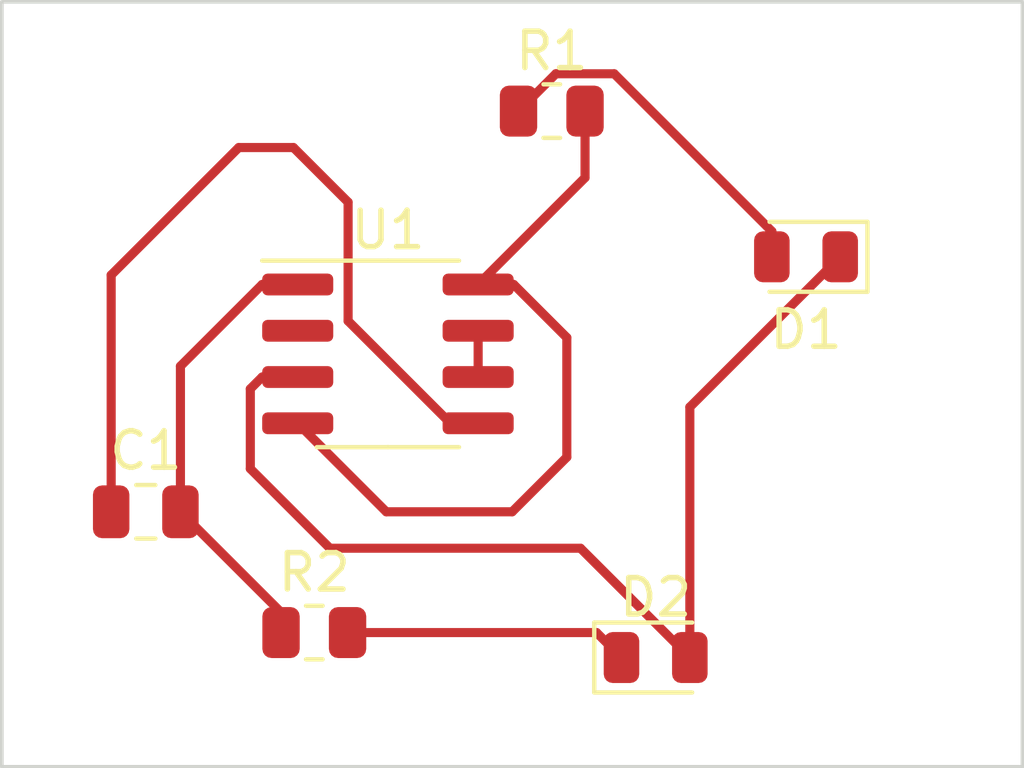
<source format=kicad_pcb>
(kicad_pcb (version 20240108) (generator "pcbnew") (generator_version "8.0")
  (layers (0 "F.Cu" signal) (31 "B.Cu" signal) (34 "B.Paste" user) (35 "F.Paste" user) (36 "B.SilkS" user "B.Silkscreen") (37 "F.SilkS" user "F.Silkscreen") (38 "B.Mask" user) (39 "F.Mask" user) (44 "Edge.Cuts" user))
  (net 0 "")
  (net 1 "Net-(U1-CV)")
  (net 2 "GND")
  (net 3 "Net-(D1-K)")
  (net 4 "Net-(D1-A)")
  (net 5 "Net-(D2-K)")
  (net 6 "VCC")
  (net 8 "Net-(U1-DIS)")
  (footprint "Capacitor_SMD:C_0805_2012Metric" (layer "F.Cu") (at 19.95 28)
    (property "Reference" "C1" (at 0 -1.68 0) (layer "F.SilkS"))
    (property "Value" "C")
    (fp_line (start -0.261252 -0.735) (end 0.261252 -0.735) (stroke (width 0.12)) (layer "F.SilkS"))
    (fp_line (start -0.261252 0.735) (end 0.261252 0.735) (stroke (width 0.12)) (layer "F.SilkS"))
    (pad "1" smd roundrect (at -0.95 0) (size 1 1.45) (layers "F.Cu" "F.Paste" "F.Mask") (net 1 "Net-(U1-CV)"))
    (pad "2" smd roundrect (at 0.95 0) (size 1 1.45) (layers "F.Cu" "F.Paste" "F.Mask") (net 2 "GND"))
  )
  (footprint "Resistor_SMD:R_0805_2012Metric" (layer "F.Cu") (at 31.0875 17)
    (property "Reference" "R1" (at 0 -1.65 0) (layer "F.SilkS"))
    (property "Value" "R")
    (fp_line (start -0.227064 -0.735) (end 0.227064 -0.735) (stroke (width 0.12)) (layer "F.SilkS"))
    (fp_line (start -0.227064 0.735) (end 0.227064 0.735) (stroke (width 0.12)) (layer "F.SilkS"))
    (pad "1" smd roundrect (at -0.9125 0) (size 1.025 1.4) (layers "F.Cu" "F.Paste" "F.Mask") (roundrect_rratio 0.243902) (net 4 "Net-(D1-A)"))
    (pad "2" smd roundrect (at 0.9125 0) (size 1.025 1.4) (layers "F.Cu" "F.Paste" "F.Mask") (roundrect_rratio 0.243902) (net 6 "VCC"))
  )
  (footprint "Package_SO:SOIC-8_3.9x4.9mm_P1.27mm" (layer "F.Cu") (at 26.5925 23.665)
    (property "Reference" "U1" (at 0 -3.4 0) (layer "F.SilkS"))
    (property "Value" "LM555xM")
    (fp_line (start 0 -2.56) (end -3.45 -2.56) (stroke (width 0.12)) (layer "F.SilkS"))
    (fp_line (start 0 -2.56) (end 1.95 -2.56) (stroke (width 0.12)) (layer "F.SilkS"))
    (fp_line (start 0 2.56) (end -1.95 2.56) (stroke (width 0.12)) (layer "F.SilkS"))
    (fp_line (start 0 2.56) (end 1.95 2.56) (stroke (width 0.12)) (layer "F.SilkS"))
    (pad "1" smd roundrect (at -2.475 -1.905) (size 1.95 0.6) (layers "F.Cu" "F.Paste" "F.Mask") (net 2 "GND"))
    (pad "2" smd roundrect (at -2.475 -0.635) (size 1.95 0.6) (layers "F.Cu" "F.Paste" "F.Mask"))
    (pad "3" smd roundrect (at -2.475 0.635) (size 1.95 0.6) (layers "F.Cu" "F.Paste" "F.Mask") (net 3 "Net-(D1-K)"))
    (pad "4" smd roundrect (at -2.475 1.905) (size 1.95 0.6) (layers "F.Cu" "F.Paste" "F.Mask") (net 6 "VCC"))
    (pad "5" smd roundrect (at 2.475 1.905) (size 1.95 0.6) (layers "F.Cu" "F.Paste" "F.Mask") (net 1 "Net-(U1-CV)"))
    (pad "6" smd roundrect (at 2.475 0.635) (size 1.95 0.6) (layers "F.Cu" "F.Paste" "F.Mask") (net 8 "Net-(U1-DIS)"))
    (pad "7" smd roundrect (at 2.475 -0.635) (size 1.95 0.6) (layers "F.Cu" "F.Paste" "F.Mask") (net 8 "Net-(U1-DIS)"))
    (pad "8" smd roundrect (at 2.475 -1.905) (size 1.95 0.6) (layers "F.Cu" "F.Paste" "F.Mask") (net 6 "VCC"))
  )
  (footprint "Resistor_SMD:R_0805_2012Metric" (layer "F.Cu") (at 24.5725 31.315)
    (property "Reference" "R2" (at 0 -1.65 0) (layer "F.SilkS"))
    (property "Value" "R")
    (fp_line (start -0.227064 -0.735) (end 0.227064 -0.735) (stroke (width 0.12)) (layer "F.SilkS"))
    (fp_line (start -0.227064 0.735) (end 0.227064 0.735) (stroke (width 0.12)) (layer "F.SilkS"))
    (pad "1" smd roundrect (at -0.9125 0) (size 1.025 1.4) (layers "F.Cu" "F.Paste" "F.Mask") (roundrect_rratio 0.243902) (net 2 "GND"))
    (pad "2" smd roundrect (at 0.9125 0) (size 1.025 1.4) (layers "F.Cu" "F.Paste" "F.Mask") (roundrect_rratio 0.243902) (net 5 "Net-(D2-K)"))
  )
  (footprint "LED_SMD:LED_0805_2012Metric" (layer "F.Cu") (at 33.9375 32)
    (property "Reference" "D2" (at 0 -1.65 0) (layer "F.SilkS"))
    (property "Value" "LED")
    (fp_line (start -1.685 -0.96) (end -1.685 0.96) (stroke (width 0.12)) (layer "F.SilkS"))
    (fp_line (start -1.685 0.96) (end 1 0.96) (stroke (width 0.12)) (layer "F.SilkS"))
    (fp_line (start 1 -0.96) (end -1.685 -0.96) (stroke (width 0.12)) (layer "F.SilkS"))
    (pad "1" smd roundrect (at -0.9375 0) (size 0.975 1.4) (layers "F.Cu" "F.Paste" "F.Mask") (net 5 "Net-(D2-K)"))
    (pad "2" smd roundrect (at 0.9375 0) (size 0.975 1.4) (layers "F.Cu" "F.Paste" "F.Mask") (net 3 "Net-(D1-K)"))
  )
  (footprint "LED_SMD:LED_0805_2012Metric" (layer "F.Cu") (at 38.0625 21 180)
    (property "Reference" "D1" (at 0 -2 0) (layer "F.SilkS"))
    (property "Value" "LED")
    (fp_line (start 1 -0.96) (end -1.685 -0.96) (stroke (width 0.12)) (layer "F.SilkS"))
    (fp_line (start -1.685 0.96) (end 1 0.96) (stroke (width 0.12)) (layer "F.SilkS"))
    (fp_line (start -1.685 -0.96) (end -1.685 0.96) (stroke (width 0.12)) (layer "F.SilkS"))
    (pad "1" smd roundrect (at -0.9375 0 180) (size 0.975 1.4) (layers "F.Cu" "F.Paste" "F.Mask") (net 3 "Net-(D1-K)"))
    (pad "2" smd roundrect (at 0.9375 0 180) (size 0.975 1.4) (layers "F.Cu" "F.Paste" "F.Mask") (net 4 "Net-(D1-A)"))
  )
  (gr_rect (start 16 14) (end 44 35) (stroke (width 0.1)) (fill none) (layer "Edge.Cuts"))
  (segment (start 29.0675 25.57) (end 28.308408 25.57) (width 0.25) (layer "F.Cu") (net 1))
  (segment (start 25.5 22.761592) (end 25.5 19.5) (width 0.25) (layer "F.Cu") (net 1))
  (segment (start 19 21.5) (end 19 28) (width 0.25) (layer "F.Cu") (net 1))
  (segment (start 28.308408 25.57) (end 25.5 22.761592) (width 0.25) (layer "F.Cu") (net 1))
  (segment (start 22.5 18) (end 19 21.5) (width 0.25) (layer "F.Cu") (net 1))
  (segment (start 24 18) (end 22.5 18) (width 0.25) (layer "F.Cu") (net 1))
  (segment (start 25.5 19.5) (end 24 18) (width 0.25) (layer "F.Cu") (net 1))
  (segment (start 20.9 28) (end 23.66 30.76) (width 0.25) (layer "F.Cu") (net 2))
  (segment (start 20.9 28) (end 20.9 24.002501) (width 0.25) (layer "F.Cu") (net 2))
  (segment (start 23.66 30.76) (end 23.66 31.315) (width 0.25) (layer "F.Cu") (net 2))
  (segment (start 23.142501 21.76) (end 24.1175 21.76) (width 0.25) (layer "F.Cu") (net 2))
  (segment (start 20.9 24.002501) (end 23.142501 21.76) (width 0.25) (layer "F.Cu") (net 2))
  (segment (start 25 29) (end 31.875 29) (width 0.25) (layer "F.Cu") (net 3))
  (segment (start 22.8175 26.8175) (end 25 29) (width 0.25) (layer "F.Cu") (net 3))
  (segment (start 34.875 32) (end 34.875 25.125) (width 0.25) (layer "F.Cu") (net 3))
  (segment (start 22.8175 24.625001) (end 22.8175 26.8175) (width 0.25) (layer "F.Cu") (net 3))
  (segment (start 23.142501 24.3) (end 22.8175 24.625001) (width 0.25) (layer "F.Cu") (net 3))
  (segment (start 31.875 29) (end 34.875 32) (width 0.25) (layer "F.Cu") (net 3))
  (segment (start 24.1175 24.3) (end 23.142501 24.3) (width 0.25) (layer "F.Cu") (net 3))
  (segment (start 34.875 25.125) (end 39 21) (width 0.25) (layer "F.Cu") (net 3))
  (segment (start 37.125 21) (end 37.125 20.300001) (width 0.25) (layer "F.Cu") (net 4))
  (segment (start 31.2 15.975) (end 30.175 17) (width 0.25) (layer "F.Cu") (net 4))
  (segment (start 37.125 20.300001) (end 32.799999 15.975) (width 0.25) (layer "F.Cu") (net 4))
  (segment (start 32.799999 15.975) (end 31.2 15.975) (width 0.25) (layer "F.Cu") (net 4))
  (segment (start 32.315 31.315) (end 33 32) (width 0.25) (layer "F.Cu") (net 5))
  (segment (start 25.485 31.315) (end 32.315 31.315) (width 0.25) (layer "F.Cu") (net 5))
  (segment (start 26.5475 28) (end 24.1175 25.57) (width 0.25) (layer "F.Cu") (net 6))
  (segment (start 31.5 23.217501) (end 31.5 26.5) (width 0.25) (layer "F.Cu") (net 6))
  (segment (start 30.042499 21.76) (end 31.5 23.217501) (width 0.25) (layer "F.Cu") (net 6))
  (segment (start 32 17) (end 32 18.8275) (width 0.25) (layer "F.Cu") (net 6))
  (segment (start 30 28) (end 26.5475 28) (width 0.25) (layer "F.Cu") (net 6))
  (segment (start 31.5 26.5) (end 30 28) (width 0.25) (layer "F.Cu") (net 6))
  (segment (start 29.0675 21.76) (end 30.042499 21.76) (width 0.25) (layer "F.Cu") (net 6))
  (segment (start 32 18.8275) (end 29.0675 21.76) (width 0.25) (layer "F.Cu") (net 6))
  (segment (start 29.0675 23.03) (end 29.0675 24.3) (width 0.25) (layer "F.Cu") (net 8))
)
</source>
